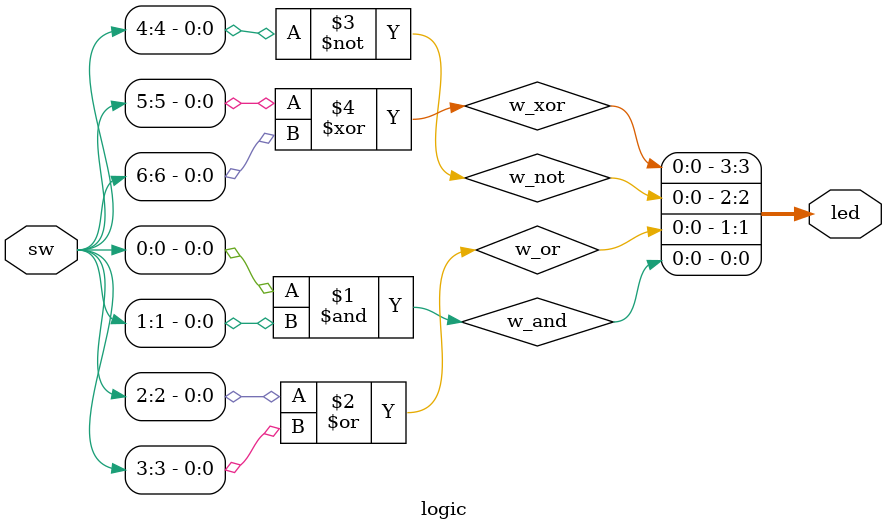
<source format=v>
module logic(sw, led);
	input [6:0] sw;
	output [3:0] led;
	wire w_and, w_or, w_not, w_xor;
	
	assign w_and=sw[0] & sw[1];
	assign w_or=sw[2] | sw[3];
	assign w_not=~sw[4];
	assign w_xor=sw[5] ^ sw[6];
	
	assign led={w_xor, w_not, w_or, w_and};
endmodule

</source>
